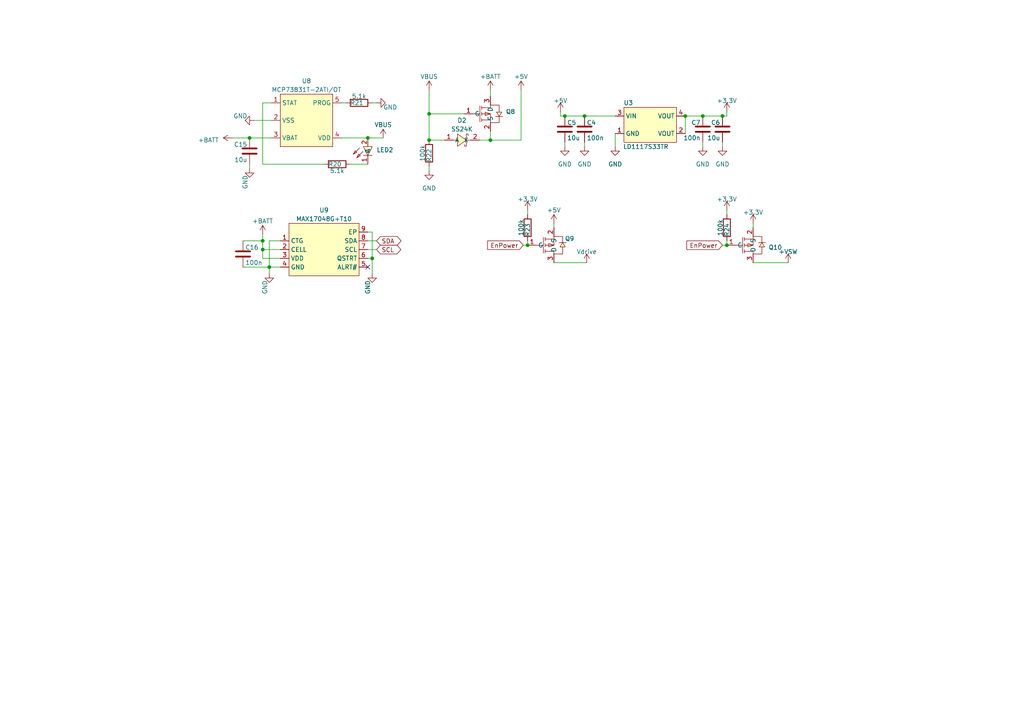
<source format=kicad_sch>
(kicad_sch (version 20230121) (generator eeschema)
  (paper "A4")
  (lib_symbols
    (symbol "Device:C" (pin_numbers hide) (pin_names (offset 0.254))
      (property "Reference" "C" (at 0.635 2.54 0))
      (property "Value" "C" (at 0.635 -2.54 0))
      (symbol "C_0_1"
        (polyline (pts (xy -2.032 -0.762) (xy 2.032 -0.762)) (stroke (width 0.508)))
        (polyline (pts (xy -2.032 0.762) (xy 2.032 0.762)) (stroke (width 0.508)))
      )
      (symbol "C_1_1"
        (pin passive line (at 0 3.81 270) (length 2.794) (name "~") (number "1"))
        (pin passive line (at 0 -3.81 90) (length 2.794) (name "~") (number "2"))
      )
    )
    (symbol "Device:R" (pin_numbers hide) (pin_names (offset 0))
      (property "Reference" "R" (at 2.032 0 90))
      (property "Value" "R" (at 0 0 90))
      (symbol "R_0_1"
        (rectangle (start -1.016 -2.54) (end 1.016 2.54) (stroke (width 0.254)))
      )
      (symbol "R_1_1"
        (pin passive line (at 0 3.81 270) (length 1.27) (name "~") (number "1"))
        (pin passive line (at 0 -3.81 90) (length 1.27) (name "~") (number "2"))
      )
    )
    (symbol "burgerLib:19-217_BHC-ZL1M2RY_3T"
      (property "Reference" "LED?" (at 0 3.3 0))
      (property "Value" "19-217/BHC-ZL1M2RY/3T" (at 0 -6.86 0))
      (symbol "19-217_BHC-ZL1M2RY_3T_0_1"
        (polyline (pts (xy -1.27 -3.175) (xy -1.27 -0.635)))
        (polyline (pts (xy -0.127 -0.508) (xy -1.905 1.27)))
        (polyline (pts (xy 0.889 0.508) (xy -0.889 2.286)))
        (polyline (pts (xy -1.905 1.27) (xy -1.397 0.254) (xy -0.889 0.762) (xy -1.905 1.27)) (fill (type background)))
        (polyline (pts (xy -0.889 2.286) (xy -0.381 1.27) (xy 0.127 1.778) (xy -0.889 2.286)) (fill (type background)))
        (polyline (pts (xy 1.27 -0.635) (xy -1.27 -1.905) (xy 1.27 -3.175) (xy 1.27 -0.635)) (fill (type background)))
        (pin input line (at -3.81 -1.905 0) (length 2.54) (name "C") (number "1"))
        (pin input line (at 3.81 -1.905 180) (length 2.54) (name "A") (number "2"))
      )
    )
    (symbol "burgerLib:IRLML6402TRPBF"
      (property "Reference" "Q?" (at 0 10.16 0))
      (property "Value" "IRLML6402TRPBF" (at 0 -10.16 0))
      (symbol "IRLML6402TRPBF_0_1"
        (polyline (pts (xy -2.54 0) (xy -0.508 0)))
        (polyline (pts (xy -0.508 2.286) (xy -0.508 -2.286)))
        (polyline (pts (xy 0 -2.286) (xy 0 -1.27)))
        (polyline (pts (xy 0 -0.508) (xy 0 0.508)))
        (polyline (pts (xy 0 2.286) (xy 0 1.27)))
        (polyline (pts (xy 2.54 -1.778) (xy 0 -1.778)))
        (polyline (pts (xy 2.54 0) (xy 1.016 0.508) (xy 1.016 -0.508) (xy 2.54 0)) (fill (type background)))
        (polyline (pts (xy 4.064 -0.762) (xy 4.572 -0.762) (xy 5.588 -0.762) (xy 6.096 -0.762)))
        (polyline (pts (xy 5.08 -0.762) (xy 5.842 0.508) (xy 4.318 0.508) (xy 5.08 -0.762)) (fill (type background)))
        (polyline (pts (xy 0 0) (xy 2.54 0) (xy 2.54 -2.54) (xy 5.08 -2.54) (xy 5.08 -0.762)))
        (polyline (pts (xy 0 1.778) (xy 2.54 1.778) (xy 2.54 2.54) (xy 5.08 2.54) (xy 5.08 0.508)))
        (pin unspecified line (at -5.08 0 0) (length 2.54) (name "G") (number "1"))
        (pin unspecified line (at 2.54 -5.08 90) (length 2.54) (name "S") (number "2"))
        (pin unspecified line (at 2.54 5.08 270) (length 2.54) (name "D") (number "3"))
      )
    )
    (symbol "burgerLib:LD1117S33TR"
      (property "Reference" "U?" (at 0 7.62 0))
      (property "Value" "LD1117S33TR" (at 0 -7.62 0))
      (symbol "LD1117S33TR_0_1"
        (rectangle (start -7.62 5.08) (end 7.62 -5.08) (fill (type background)))
        (pin unspecified line (at -10.16 2.54 0) (length 2.54) (name "GND") (number "1"))
        (pin unspecified line (at 10.16 2.54 180) (length 2.54) (name "VOUT") (number "2"))
        (pin unspecified line (at -10.16 -2.54 0) (length 2.54) (name "VIN") (number "3"))
        (pin unspecified line (at 10.16 -2.54 180) (length 2.54) (name "VOUT") (number "4"))
      )
    )
    (symbol "burgerLib:MAX17048G+T10"
      (property "Reference" "U?" (at 0 10.16 0))
      (property "Value" "MAX17048G+T10" (at 0 -10.16 0))
      (symbol "MAX17048G+T10_0_1"
        (rectangle (start -10.16 7.62) (end 10.16 -7.62) (fill (type background)))
        (pin unspecified line (at -12.7 2.54 0) (length 2.54) (name "CTG") (number "1"))
        (pin unspecified line (at -12.7 0 0) (length 2.54) (name "CELL") (number "2"))
        (pin unspecified line (at -12.7 -2.54 0) (length 2.54) (name "VDD") (number "3"))
        (pin unspecified line (at -12.7 -5.08 0) (length 2.54) (name "GND") (number "4"))
        (pin unspecified line (at 12.7 -5.08 180) (length 2.54) (name "ALRT#") (number "5"))
        (pin unspecified line (at 12.7 -2.54 180) (length 2.54) (name "QSTRT") (number "6"))
        (pin unspecified line (at 12.7 0 180) (length 2.54) (name "SCL") (number "7"))
        (pin unspecified line (at 12.7 2.54 180) (length 2.54) (name "SDA") (number "8"))
        (pin unspecified line (at 12.7 5.08 180) (length 2.54) (name "EP") (number "9"))
      )
    )
    (symbol "burgerLib:MCP73831T-2ATI_OT"
      (property "Reference" "U?" (at 0 10.16 0))
      (property "Value" "MCP73831T-2ATI/OT" (at 0 -10.16 0))
      (symbol "MCP73831T-2ATI_OT_0_1"
        (rectangle (start -7.62 7.62) (end 7.62 -7.62) (fill (type background)))
        (pin unspecified line (at -10.16 5.08 0) (length 2.54) (name "STAT") (number "1"))
        (pin unspecified line (at -10.16 0 0) (length 2.54) (name "VSS") (number "2"))
        (pin unspecified line (at -10.16 -5.08 0) (length 2.54) (name "VBAT") (number "3"))
        (pin unspecified line (at 10.16 -5.08 180) (length 2.54) (name "VDD") (number "4"))
        (pin unspecified line (at 10.16 5.08 180) (length 2.54) (name "PROG") (number "5"))
      )
    )
    (symbol "burgerLib:SS24K"
      (property "Reference" "D?" (at 0 5.08 0))
      (property "Value" "SS24K" (at 0 -5.08 0))
      (symbol "SS24K_0_1"
        (polyline (pts (xy -1.27 0) (xy -2.54 0)))
        (polyline (pts (xy 2.54 0) (xy 1.27 0)))
        (polyline (pts (xy 1.27 1.778) (xy -1.27 0) (xy 1.27 -1.778) (xy 1.27 1.778)) (fill (type background)))
        (polyline (pts (xy -1.778 1.27) (xy -1.778 1.778) (xy -1.27 1.778) (xy -1.27 -1.778) (xy -0.762 -1.778) (xy -0.762 -1.27)))
        (pin unspecified line (at 5.08 0 180) (length 2.54) (name "A") (number "1"))
        (pin unspecified line (at -5.08 0 0) (length 2.54) (name "K") (number "2"))
      )
    )
    (symbol "power:+3.3V" (power) (pin_names (offset 0))
      (property "Value" "+3.3V" (at 0 3.556 0))
      (symbol "+3.3V_0_1"
        (polyline (pts (xy -0.762 1.27) (xy 0 2.54)))
        (polyline (pts (xy 0 0) (xy 0 2.54)))
        (polyline (pts (xy 0 2.54) (xy 0.762 1.27)))
      )
      (symbol "+3.3V_1_1"
        (pin power_in line (at 0 0 90) (length 0) hide (name "+3.3V") (number "1"))
      )
    )
    (symbol "power:+5V" (power) (pin_names (offset 0))
      (property "Value" "+5V" (at 0 3.556 0))
      (symbol "+5V_0_1"
        (polyline (pts (xy -0.762 1.27) (xy 0 2.54)))
        (polyline (pts (xy 0 0) (xy 0 2.54)))
        (polyline (pts (xy 0 2.54) (xy 0.762 1.27)))
      )
      (symbol "+5V_1_1"
        (pin power_in line (at 0 0 90) (length 0) hide (name "+5V") (number "1"))
      )
    )
    (symbol "power:+BATT" (power) (pin_names (offset 0))
      (property "Value" "+BATT" (at 0 3.556 0))
      (symbol "+BATT_0_1"
        (polyline (pts (xy -0.762 1.27) (xy 0 2.54)))
        (polyline (pts (xy 0 0) (xy 0 2.54)))
        (polyline (pts (xy 0 2.54) (xy 0.762 1.27)))
      )
      (symbol "+BATT_1_1"
        (pin power_in line (at 0 0 90) (length 0) hide (name "+BATT") (number "1"))
      )
    )
    (symbol "power:+VSW" (power) (pin_names (offset 0))
      (property "Value" "+VSW" (at 0 3.556 0))
      (symbol "+VSW_0_1"
        (polyline (pts (xy -0.762 1.27) (xy 0 2.54)))
        (polyline (pts (xy 0 0) (xy 0 2.54)))
        (polyline (pts (xy 0 2.54) (xy 0.762 1.27)))
      )
      (symbol "+VSW_1_1"
        (pin power_in line (at 0 0 90) (length 0) hide (name "+VSW") (number "1"))
      )
    )
    (symbol "power:GND" (power) (pin_names (offset 0))
      (property "Value" "GND" (at 0 -3.81 0))
      (symbol "GND_0_1"
        (polyline (pts (xy 0 0) (xy 0 -1.27) (xy 1.27 -1.27) (xy 0 -2.54) (xy -1.27 -1.27) (xy 0 -1.27)))
      )
      (symbol "GND_1_1"
        (pin power_in line (at 0 0 270) (length 0) hide (name "GND") (number "1"))
      )
    )
    (symbol "power:VBUS" (power) (pin_names (offset 0))
      (property "Value" "VBUS" (at 0 3.81 0))
      (symbol "VBUS_0_1"
        (polyline (pts (xy -0.762 1.27) (xy 0 2.54)))
        (polyline (pts (xy 0 0) (xy 0 2.54)))
        (polyline (pts (xy 0 2.54) (xy 0.762 1.27)))
      )
      (symbol "VBUS_1_1"
        (pin power_in line (at 0 0 90) (length 0) hide (name "VBUS") (number "1"))
      )
    )
    (symbol "power:Vdrive" (power) (pin_names (offset 0))
      (property "Value" "Vdrive" (at 0 3.81 0))
      (symbol "Vdrive_0_1"
        (polyline (pts (xy -0.762 1.27) (xy 0 2.54)))
        (polyline (pts (xy 0 0) (xy 0 2.54)))
        (polyline (pts (xy 0 2.54) (xy 0.762 1.27)))
      )
      (symbol "Vdrive_1_1"
        (pin power_in line (at 0 0 90) (length 0) hide (name "Vdrive") (number "1"))
      )
    )
  )
  (junction (at 76.2 72.39))
  (junction (at 76.2 69.85))
  (junction (at 203.835 33.655))
  (junction (at 78.105 77.47))
  (junction (at 198.755 33.655))
  (junction (at 142.24 40.64))
  (junction (at 169.545 33.655))
  (junction (at 163.83 33.655))
  (junction (at 107.95 74.93))
  (junction (at 72.39 40.005))
  (junction (at 153.035 71.12))
  (junction (at 210.82 71.12))
  (junction (at 124.46 33.02))
  (junction (at 124.46 40.64))
  (junction (at 209.55 33.655))
  (junction (at 106.68 40.005))
  (no_connect (at 106.68 77.47))
  (wire (pts (xy 99.06 40.005) (xy 106.68 40.005)))
  (wire (pts (xy 78.105 77.47) (xy 81.28 77.47)))
  (wire (pts (xy 163.83 41.275) (xy 163.83 42.545)))
  (wire (pts (xy 124.46 26.035) (xy 124.46 33.02)))
  (wire (pts (xy 93.98 47.625) (xy 76.2 47.625)))
  (wire (pts (xy 142.24 40.64) (xy 142.24 38.1)))
  (wire (pts (xy 162.56 33.655) (xy 163.83 33.655)))
  (wire (pts (xy 218.44 64.77) (xy 218.44 66.04)))
  (wire (pts (xy 106.68 40.005) (xy 111.125 40.005)))
  (wire (pts (xy 124.46 40.64) (xy 128.905 40.64)))
  (wire (pts (xy 76.2 69.85) (xy 76.2 72.39)))
  (wire (pts (xy 209.55 41.275) (xy 209.55 42.545)))
  (wire (pts (xy 162.56 32.385) (xy 162.56 33.655)))
  (wire (pts (xy 76.2 74.93) (xy 76.2 72.39)))
  (wire (pts (xy 70.485 69.85) (xy 76.2 69.85)))
  (wire (pts (xy 160.655 64.77) (xy 160.655 66.04)))
  (wire (pts (xy 107.95 67.31) (xy 106.68 67.31)))
  (wire (pts (xy 124.46 48.26) (xy 124.46 49.53)))
  (wire (pts (xy 210.82 60.96) (xy 210.82 62.23)))
  (wire (pts (xy 198.755 33.655) (xy 203.835 33.655)))
  (wire (pts (xy 124.46 33.02) (xy 124.46 40.64)))
  (wire (pts (xy 198.755 33.655) (xy 198.755 38.735)))
  (wire (pts (xy 151.13 26.035) (xy 151.13 40.64)))
  (wire (pts (xy 139.065 40.64) (xy 142.24 40.64)))
  (wire (pts (xy 163.83 33.655) (xy 169.545 33.655)))
  (wire (pts (xy 78.105 79.375) (xy 78.105 77.47)))
  (wire (pts (xy 203.835 33.655) (xy 209.55 33.655)))
  (wire (pts (xy 70.485 77.47) (xy 78.105 77.47)))
  (wire (pts (xy 178.435 38.735) (xy 178.435 42.545)))
  (wire (pts (xy 124.46 33.02) (xy 134.62 33.02)))
  (wire (pts (xy 106.68 72.39) (xy 109.22 72.39)))
  (wire (pts (xy 151.765 71.12) (xy 153.035 71.12)))
  (wire (pts (xy 67.31 40.005) (xy 72.39 40.005)))
  (wire (pts (xy 78.105 69.85) (xy 78.105 77.47)))
  (wire (pts (xy 210.82 69.85) (xy 210.82 71.12)))
  (wire (pts (xy 107.95 74.93) (xy 107.95 67.31)))
  (wire (pts (xy 170.18 76.2) (xy 160.655 76.2)))
  (wire (pts (xy 218.44 76.2) (xy 228.6 76.2)))
  (wire (pts (xy 99.06 29.845) (xy 100.33 29.845)))
  (wire (pts (xy 169.545 41.275) (xy 169.545 42.545)))
  (wire (pts (xy 169.545 33.655) (xy 178.435 33.655)))
  (wire (pts (xy 81.28 69.85) (xy 78.105 69.85)))
  (wire (pts (xy 107.95 29.845) (xy 109.22 29.845)))
  (wire (pts (xy 76.2 47.625) (xy 76.2 29.845)))
  (wire (pts (xy 153.035 60.96) (xy 153.035 62.23)))
  (wire (pts (xy 203.835 41.275) (xy 203.835 42.545)))
  (wire (pts (xy 76.2 67.945) (xy 76.2 69.85)))
  (wire (pts (xy 209.55 71.12) (xy 210.82 71.12)))
  (wire (pts (xy 76.2 29.845) (xy 78.74 29.845)))
  (wire (pts (xy 81.28 74.93) (xy 76.2 74.93)))
  (wire (pts (xy 72.39 47.625) (xy 72.39 48.895)))
  (wire (pts (xy 76.2 72.39) (xy 81.28 72.39)))
  (wire (pts (xy 106.68 74.93) (xy 107.95 74.93)))
  (wire (pts (xy 210.82 33.655) (xy 209.55 33.655)))
  (wire (pts (xy 107.95 79.375) (xy 107.95 74.93)))
  (wire (pts (xy 153.035 69.85) (xy 153.035 71.12)))
  (wire (pts (xy 142.24 26.035) (xy 142.24 27.94)))
  (wire (pts (xy 210.82 32.385) (xy 210.82 33.655)))
  (wire (pts (xy 73.66 34.925) (xy 78.74 34.925)))
  (wire (pts (xy 101.6 47.625) (xy 106.68 47.625)))
  (wire (pts (xy 151.13 40.64) (xy 142.24 40.64)))
  (wire (pts (xy 106.68 69.85) (xy 109.22 69.85)))
  (wire (pts (xy 72.39 40.005) (xy 78.74 40.005)))
  (global_label "SDA" (shape bidirectional) (at 109.22 69.85 0) (property "Intersheetrefs" "${INTERSHEET_REFS}" (effects hide)))
  (global_label "SCL" (shape bidirectional) (at 109.22 72.39 0) (property "Intersheetrefs" "${INTERSHEET_REFS}" (effects hide)))
  (global_label "EnPower" (shape input) (at 209.55 71.12 180) (property "Intersheetrefs" "${INTERSHEET_REFS}" (effects hide)))
  (global_label "EnPower" (shape input) (at 151.765 71.12 180) (property "Intersheetrefs" "${INTERSHEET_REFS}" (effects hide)))
  (symbol (lib_id "Device:R") (at 97.79 47.625 270) (unit 1)
    (property "Reference" "R20" (at 97.155 47.625 90))
    (property "Value" "5.1k" (at 97.79 49.53 90))
    (property "Footprint" "Resistor_SMD:R_0603_1608Metric_Pad0.98x0.95mm_HandSolder" (effects hide))
  )
  (symbol (lib_id "power:GND") (at 178.435 42.545 0) (unit 1)
    (property "Reference" "#PWR024" (effects hide))
    (property "Value" "GND" (at 178.435 47.625 0))
    (instances (project "Unisense" (path "" (reference "#PWR024") (unit 1)) (path "" (reference "#PWR025") (unit 1))))
  )
  (symbol (lib_id "power:Vdrive") (at 170.18 76.2 0) (unit 1)
    (property "Reference" "#PWR084" (effects hide))
    (property "Value" "Vdrive" (at 170.18 73.025 0))
  )
  (symbol (lib_id "burgerLib:MCP73831T-2ATI_OT") (at 88.9 34.925 0) (unit 1)
    (property "Reference" "U8" (at 88.9 23.495 0))
    (property "Value" "MCP73831T-2ATI/OT" (at 88.9 26.035 0))
    (property "Footprint" "burgerLibFP:SOT-23-5_L3.0-W1.7-P0.95-LS2.8-BR" (effects hide))
    (property "Datasheet" "https://lcsc.com/product-detail/PMIC-Battery-Management_MICROCHIP_MCP73831T-2ATI-OT_MCP73831T-2ATI-OT_C14879.html" (effects hide))
    (property "Manufacturer" "MICROCHIP(美国微芯)" (effects hide))
    (property "LCSC Part" "C14879" (effects hide))
    (property "JLC Part" "Extended Part" (effects hide))
  )
  (symbol (lib_id "Device:R") (at 210.82 66.04 180) (unit 1)
    (property "Reference" "R24" (at 210.82 66.675 90))
    (property "Value" "100k" (at 208.915 66.04 90))
    (property "Footprint" "Resistor_SMD:R_0603_1608Metric_Pad0.98x0.95mm_HandSolder" (effects hide))
  )
  (symbol (lib_id "power:+BATT") (at 76.2 67.945 0) (unit 1)
    (property "Reference" "#PWR077" (effects hide))
    (property "Value" "+BATT" (at 76.2 64.135 0))
  )
  (symbol (lib_id "Device:C") (at 163.83 37.465 0) (unit 1)
    (property "Reference" "C5" (at 164.465 35.56 0) (effects (justify left)))
    (property "Value" "10u" (at 164.465 40.005 0) (effects (justify left)))
    (property "Footprint" "Capacitor_SMD:C_0805_2012Metric" (effects hide))
    (instances (project "Unisense" (path "" (reference "C5") (unit 1)) (path "" (reference "C4") (unit 1))))
  )
  (symbol (lib_id "power:+3.3V") (at 210.82 60.96 0) (unit 1)
    (property "Reference" "#PWR055" (effects hide))
    (property "Value" "+3.3V" (at 210.82 57.785 0))
    (instances (project "Unisense" (path "" (reference "#PWR055") (unit 1)) (path "" (reference "#PWR080") (unit 1))))
  )
  (symbol (lib_id "power:+3.3V") (at 153.035 60.96 0) (unit 1)
    (property "Reference" "#PWR081" (effects hide))
    (property "Value" "+3.3V" (at 153.035 57.785 0))
    (instances (project "Unisense" (path "" (reference "#PWR081") (unit 1)) (path "" (reference "#PWR055") (unit 1))))
  )
  (symbol (lib_id "power:GND") (at 109.22 29.845 90) (unit 1)
    (property "Reference" "#PWR067" (effects hide))
    (property "Value" "GND" (at 111.125 31.115 90) (effects (justify right)))
    (instances (project "Unisense" (path "" (reference "#PWR067") (unit 1)) (path "" (reference "#PWR068") (unit 1))))
  )
  (symbol (lib_id "Device:C") (at 70.485 73.66 0) (unit 1)
    (property "Reference" "C16" (at 71.12 71.755 0) (effects (justify left)))
    (property "Value" "100n" (at 71.12 76.2 0) (effects (justify left)))
    (property "Footprint" "Capacitor_SMD:C_0603_1608Metric" (effects hide))
  )
  (symbol (lib_id "power:GND") (at 78.105 79.375 0) (unit 1)
    (property "Reference" "#PWR078" (effects hide))
    (property "Value" "GND" (at 76.835 81.28 90) (effects (justify right)))
  )
  (symbol (lib_id "power:GND") (at 72.39 48.895 0) (unit 1)
    (property "Reference" "#PWR069" (effects hide))
    (property "Value" "GND" (at 71.12 50.8 90) (effects (justify right)))
    (instances (project "Unisense" (path "" (reference "#PWR069") (unit 1)) (path "" (reference "#PWR066") (unit 1))))
  )
  (symbol (lib_id "Device:R") (at 104.14 29.845 90) (unit 1)
    (property "Reference" "R21" (at 103.505 29.845 90))
    (property "Value" "5.1k" (at 104.14 27.94 90))
    (property "Footprint" "Resistor_SMD:R_0603_1608Metric_Pad0.98x0.95mm_HandSolder" (effects hide))
  )
  (symbol (lib_id "burgerLib:IRLML6402TRPBF") (at 139.7 33.02 0) (unit 1)
    (property "Reference" "Q8" (at 146.685 32.385 0) (effects (justify left)))
    (property "Value" "IRLML6402TRPBF" (effects hide))
    (property "Footprint" "EduboardV2_kicadlib:SOT-23-3_L2.9-W1.6-P1.90-LS2.8-BR" (effects hide))
    (property "Datasheet" "https://lcsc.com/product-detail/MOSFET_IR_IRLML6402TRPBF_IRLML6402TRPBF_C2593.html" (effects hide))
    (property "Manufacturer" "Infineon(英飞凌)" (effects hide))
    (property "LCSC Part" "C2593" (effects hide))
    (property "JLC Part" "Extended Part" (effects hide))
  )
  (symbol (lib_id "power:GND") (at 107.95 79.375 0) (unit 1)
    (property "Reference" "#PWR079" (effects hide))
    (property "Value" "GND" (at 106.68 81.28 90) (effects (justify right)))
  )
  (symbol (lib_id "burgerLib:MAX17048G+T10") (at 93.98 72.39 0) (unit 1)
    (property "Reference" "U9" (at 93.98 60.96 0))
    (property "Value" "MAX17048G+T10" (at 93.98 63.5 0))
    (property "Footprint" "burgerLibFP:DFN-8_L2.0-W2.0-P0.50-BL-EP" (effects hide))
    (property "Manufacturer" "ADI(亚德诺)" (effects hide))
    (property "LCSC Part" "C2682616" (effects hide))
    (property "JLC Part" "Extended Part" (effects hide))
  )
  (symbol (lib_id "power:+5V") (at 151.13 26.035 0) (unit 1)
    (property "Reference" "#PWR026" (effects hide))
    (property "Value" "+5V" (at 151.13 22.225 0))
    (instances (project "Unisense" (path "" (reference "#PWR026") (unit 1)) (path "" (reference "#PWR072") (unit 1))))
  )
  (symbol (lib_id "power:+VSW") (at 228.6 76.2 0) (unit 1)
    (property "Reference" "#PWR082" (effects hide))
    (property "Value" "+VSW" (at 228.6 73.025 0))
    (instances (project "Unisense" (path "" (reference "#PWR082") (unit 1)) (path "" (reference "#PWR086") (unit 1))))
  )
  (symbol (lib_id "burgerLib:19-217_BHC-ZL1M2RY_3T") (at 104.775 43.815 90) (unit 1)
    (property "Reference" "LED2" (at 109.22 43.4975 90) (effects (justify right)))
    (property "Value" "19-217/BHC-ZL1M2RY/3T" (effects hide))
    (property "Footprint" "EduboardV2_kicadlib:LED0603-FD_BLUE" (effects hide))
    (property "Datasheet" "https://lcsc.com/product-detail/Light-Emitting-Diodes-LED_0603-Blue-light_C72041.html" (effects hide))
    (property "Manufacturer" "EVERLIGHT(亿光)" (effects hide))
    (property "LCSC Part" "C72041" (effects hide))
    (property "JLC Part" "Basic Part" (effects hide))
  )
  (symbol (lib_id "burgerLib:LD1117S33TR") (at 188.595 36.195 0) (mirror x) (unit 1)
    (property "Reference" "U3" (at 182.245 29.845 0))
    (property "Value" "LD1117S33TR" (at 187.325 42.545 0))
    (property "Footprint" "EduboardV2_kicadlib:SOT-223_L6.5-W3.5-P2.30-LS7.0-BR" (effects hide))
    (property "Datasheet" "https://lcsc.com/product-detail/Others_STMicroelectronics_LD1117S33TR_STMicroelectronics-LD1117S33TR_C86781.html" (effects hide))
    (property "Manufacturer" "ST(意法半导体)" (effects hide))
    (property "LCSC Part" "C86781" (effects hide))
    (property "JLC Part" "Extended Part" (effects hide))
  )
  (symbol (lib_id "power:+5V") (at 160.655 64.77 0) (unit 1)
    (property "Reference" "#PWR080" (effects hide))
    (property "Value" "+5V" (at 160.655 60.96 0))
    (instances (project "Unisense" (path "" (reference "#PWR080") (unit 1)) (path "" (reference "#PWR081") (unit 1))))
  )
  (symbol (lib_id "power:GND") (at 163.83 42.545 0) (unit 1)
    (property "Reference" "#PWR022" (effects hide))
    (property "Value" "GND" (at 163.83 47.625 0))
    (instances (project "Unisense" (path "" (reference "#PWR022") (unit 1)) (path "" (reference "#PWR023") (unit 1))))
  )
  (symbol (lib_id "power:GND") (at 209.55 42.545 0) (unit 1)
    (property "Reference" "#PWR036" (effects hide))
    (property "Value" "GND" (at 209.55 47.625 0))
    (instances (project "Unisense" (path "" (reference "#PWR036") (unit 1)) (path "" (reference "#PWR035") (unit 1))))
  )
  (symbol (lib_id "burgerLib:SS24K") (at 133.985 40.64 0) (mirror y) (unit 1)
    (property "Reference" "D2" (at 133.985 34.925 0))
    (property "Value" "SS24K" (at 133.985 37.465 0))
    (property "Footprint" "SMA_L4.3-W2.6-LS5.1-R-RD" (effects hide))
    (property "Manufacturer" "TDD(台冠电子)" (effects hide))
    (property "LCSC Part" "C2944426" (effects hide))
    (property "JLC Part" "Extended Part" (effects hide))
  )
  (symbol (lib_id "Device:R") (at 153.035 66.04 180) (unit 1)
    (property "Reference" "R23" (at 153.035 66.675 90))
    (property "Value" "100k" (at 151.13 66.04 90))
    (property "Footprint" "Resistor_SMD:R_0603_1608Metric_Pad0.98x0.95mm_HandSolder" (effects hide))
  )
  (symbol (lib_id "power:+3.3V") (at 218.44 64.77 0) (unit 1)
    (property "Reference" "#PWR086" (effects hide))
    (property "Value" "+3.3V" (at 218.44 61.595 0))
    (instances (project "Unisense" (path "" (reference "#PWR086") (unit 1)) (path "" (reference "#PWR082") (unit 1))))
  )
  (symbol (lib_id "power:+BATT") (at 67.31 40.005 90) (unit 1)
    (property "Reference" "#PWR068" (effects hide))
    (property "Value" "+BATT" (at 63.5 40.64 90) (effects (justify left)))
    (instances (project "Unisense" (path "" (reference "#PWR068") (unit 1)) (path "" (reference "#PWR065") (unit 1))))
  )
  (symbol (lib_id "power:GND") (at 73.66 34.925 270) (unit 1)
    (property "Reference" "#PWR066" (effects hide))
    (property "Value" "GND" (at 71.755 33.655 90) (effects (justify right)))
    (instances (project "Unisense" (path "" (reference "#PWR066") (unit 1)) (path "" (reference "#PWR067") (unit 1))))
  )
  (symbol (lib_id "Device:C") (at 209.55 37.465 0) (mirror y) (unit 1)
    (property "Reference" "C6" (at 208.915 35.56 0) (effects (justify left)))
    (property "Value" "10u" (at 208.915 40.005 0) (effects (justify left)))
    (property "Footprint" "Capacitor_SMD:C_0805_2012Metric" (effects hide))
    (instances (project "Unisense" (path "" (reference "C6") (unit 1)) (path "" (reference "C7") (unit 1))))
  )
  (symbol (lib_id "power:+BATT") (at 142.24 26.035 0) (unit 1)
    (property "Reference" "#PWR070" (effects hide))
    (property "Value" "+BATT" (at 142.24 22.225 0))
    (instances (project "Unisense" (path "" (reference "#PWR070") (unit 1)) (path "" (reference "#PWR071") (unit 1))))
  )
  (symbol (lib_id "burgerLib:IRLML6402TRPBF") (at 158.115 71.12 0) (mirror x) (unit 1)
    (property "Reference" "Q9" (at 163.83 69.215 0) (effects (justify left)))
    (property "Value" "IRLML6402TRPBF" (effects hide))
    (property "Footprint" "EduboardV2_kicadlib:SOT-23-3_L2.9-W1.6-P1.90-LS2.8-BR" (effects hide))
    (property "Datasheet" "https://lcsc.com/product-detail/MOSFET_IR_IRLML6402TRPBF_IRLML6402TRPBF_C2593.html" (effects hide))
    (property "Manufacturer" "Infineon(英飞凌)" (effects hide))
    (property "LCSC Part" "C2593" (effects hide))
    (property "JLC Part" "Extended Part" (effects hide))
  )
  (symbol (lib_id "power:+5V") (at 162.56 32.385 0) (unit 1)
    (property "Reference" "#PWR025" (effects hide))
    (property "Value" "+5V" (at 162.56 29.21 0))
    (instances (project "Unisense" (path "" (reference "#PWR025") (unit 1)) (path "" (reference "#PWR022") (unit 1))))
  )
  (symbol (lib_id "power:VBUS") (at 111.125 40.005 0) (unit 1)
    (property "Reference" "#PWR065" (effects hide))
    (property "Value" "VBUS" (at 111.125 36.195 0))
    (instances (project "Unisense" (path "" (reference "#PWR065") (unit 1)) (path "" (reference "#PWR069") (unit 1))))
  )
  (symbol (lib_id "Device:C") (at 72.39 43.815 0) (mirror y) (unit 1)
    (property "Reference" "C15" (at 71.755 41.91 0) (effects (justify left)))
    (property "Value" "10u" (at 71.755 46.355 0) (effects (justify left)))
    (property "Footprint" "Capacitor_SMD:C_0805_2012Metric" (effects hide))
  )
  (symbol (lib_id "Device:R") (at 124.46 44.45 180) (unit 1)
    (property "Reference" "R22" (at 124.46 45.085 90))
    (property "Value" "100k" (at 122.555 44.45 90))
    (property "Footprint" "Resistor_SMD:R_0603_1608Metric_Pad0.98x0.95mm_HandSolder" (effects hide))
  )
  (symbol (lib_id "power:+3.3V") (at 210.82 32.385 0) (unit 1)
    (property "Reference" "#PWR034" (effects hide))
    (property "Value" "+3.3V" (at 210.82 29.21 0))
    (instances (project "Unisense" (path "" (reference "#PWR034") (unit 1)) (path "" (reference "#PWR036") (unit 1))))
  )
  (symbol (lib_id "power:GND") (at 203.835 42.545 0) (unit 1)
    (property "Reference" "#PWR035" (effects hide))
    (property "Value" "GND" (at 203.835 47.625 0))
    (instances (project "Unisense" (path "" (reference "#PWR035") (unit 1)) (path "" (reference "#PWR034") (unit 1))))
  )
  (symbol (lib_id "Device:C") (at 203.835 37.465 0) (mirror y) (unit 1)
    (property "Reference" "C7" (at 203.2 35.56 0) (effects (justify left)))
    (property "Value" "100n" (at 203.2 40.005 0) (effects (justify left)))
    (property "Footprint" "Capacitor_SMD:C_0603_1608Metric" (effects hide))
    (instances (project "Unisense" (path "" (reference "C7") (unit 1)) (path "" (reference "C6") (unit 1))))
  )
  (symbol (lib_id "Device:C") (at 169.545 37.465 0) (unit 1)
    (property "Reference" "C4" (at 170.18 35.56 0) (effects (justify left)))
    (property "Value" "100n" (at 170.18 40.005 0) (effects (justify left)))
    (property "Footprint" "Capacitor_SMD:C_0603_1608Metric" (effects hide))
    (instances (project "Unisense" (path "" (reference "C4") (unit 1)) (path "" (reference "C5") (unit 1))))
  )
  (symbol (lib_id "burgerLib:IRLML6402TRPBF") (at 215.9 71.12 0) (mirror x) (unit 1)
    (property "Reference" "Q10" (at 222.885 71.755 0) (effects (justify left)))
    (property "Value" "IRLML6402TRPBF" (effects hide))
    (property "Footprint" "EduboardV2_kicadlib:SOT-23-3_L2.9-W1.6-P1.90-LS2.8-BR" (effects hide))
    (property "Datasheet" "https://lcsc.com/product-detail/MOSFET_IR_IRLML6402TRPBF_IRLML6402TRPBF_C2593.html" (effects hide))
    (property "Manufacturer" "Infineon(英飞凌)" (effects hide))
    (property "LCSC Part" "C2593" (effects hide))
    (property "JLC Part" "Extended Part" (effects hide))
  )
  (symbol (lib_id "power:GND") (at 124.46 49.53 0) (unit 1)
    (property "Reference" "#PWR072" (effects hide))
    (property "Value" "GND" (at 124.46 54.61 0))
    (instances (project "Unisense" (path "" (reference "#PWR072") (unit 1)) (path "" (reference "#PWR070") (unit 1))))
  )
  (symbol (lib_id "power:GND") (at 169.545 42.545 0) (unit 1)
    (property "Reference" "#PWR023" (effects hide))
    (property "Value" "GND" (at 169.545 47.625 0))
    (instances (project "Unisense" (path "" (reference "#PWR023") (unit 1)) (path "" (reference "#PWR024") (unit 1))))
  )
  (symbol (lib_id "power:VBUS") (at 124.46 26.035 0) (unit 1)
    (property "Reference" "#PWR071" (effects hide))
    (property "Value" "VBUS" (at 124.46 22.225 0))
    (instances (project "Unisense" (path "" (reference "#PWR071") (unit 1)) (path "" (reference "#PWR026") (unit 1))))
  )
)
</source>
